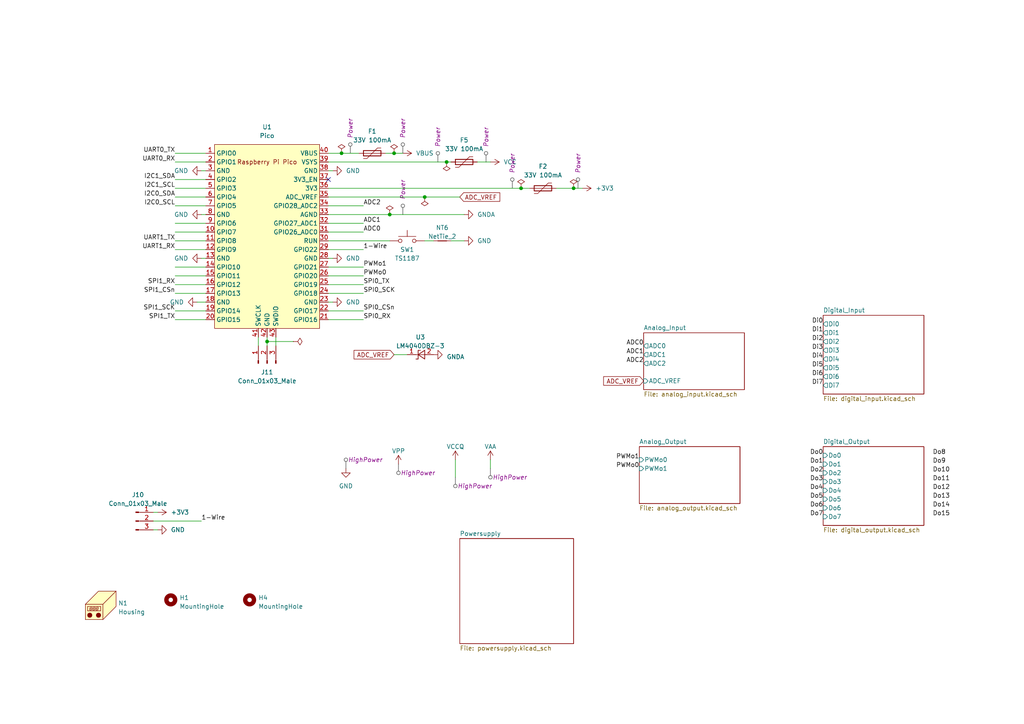
<source format=kicad_sch>
(kicad_sch (version 20230121) (generator eeschema)
  (paper "A4")
  (lib_symbols
    (symbol "Connector:Conn_01x03_Pin" (pin_names (offset 1.016) hide)
      (property "Reference" "J" (at 0 5.08 0))
      (property "Value" "Conn_01x03_Pin" (at 0 -5.08 0))
      (symbol "Conn_01x03_Pin_1_1"
        (polyline (pts (xy 1.27 -2.54) (xy 0.8636 -2.54)) (stroke (width 0.1524)))
        (polyline (pts (xy 1.27 0) (xy 0.8636 0)) (stroke (width 0.1524)))
        (polyline (pts (xy 1.27 2.54) (xy 0.8636 2.54)) (stroke (width 0.1524)))
        (rectangle (start 0.8636 -2.413) (end 0 -2.667) (stroke (width 0.1524)) (fill (type outline)))
        (rectangle (start 0.8636 0.127) (end 0 -0.127) (stroke (width 0.1524)) (fill (type outline)))
        (rectangle (start 0.8636 2.667) (end 0 2.413) (stroke (width 0.1524)) (fill (type outline)))
        (pin passive line (at 5.08 2.54 180) (length 3.81) (name "Pin_1") (number "1"))
        (pin passive line (at 5.08 0 180) (length 3.81) (name "Pin_2") (number "2"))
        (pin passive line (at 5.08 -2.54 180) (length 3.81) (name "Pin_3") (number "3"))
      )
    )
    (symbol "Connector:Conn_01x06_Pin" (pin_names (offset 1.016) hide)
      (property "Reference" "J" (at 0 7.62 0))
      (property "Value" "Conn_01x06_Pin" (at 0 -10.16 0))
      (symbol "Conn_01x06_Pin_1_1"
        (polyline (pts (xy 1.27 -7.62) (xy 0.8636 -7.62)) (stroke (width 0.1524)))
        (polyline (pts (xy 1.27 -5.08) (xy 0.8636 -5.08)) (stroke (width 0.1524)))
        (polyline (pts (xy 1.27 -2.54) (xy 0.8636 -2.54)) (stroke (width 0.1524)))
        (polyline (pts (xy 1.27 0) (xy 0.8636 0)) (stroke (width 0.1524)))
        (polyline (pts (xy 1.27 2.54) (xy 0.8636 2.54)) (stroke (width 0.1524)))
        (polyline (pts (xy 1.27 5.08) (xy 0.8636 5.08)) (stroke (width 0.1524)))
        (rectangle (start 0.8636 -7.493) (end 0 -7.747) (stroke (width 0.1524)) (fill (type outline)))
        (rectangle (start 0.8636 -4.953) (end 0 -5.207) (stroke (width 0.1524)) (fill (type outline)))
        (rectangle (start 0.8636 -2.413) (end 0 -2.667) (stroke (width 0.1524)) (fill (type outline)))
        (rectangle (start 0.8636 0.127) (end 0 -0.127) (stroke (width 0.1524)) (fill (type outline)))
        (rectangle (start 0.8636 2.667) (end 0 2.413) (stroke (width 0.1524)) (fill (type outline)))
        (rectangle (start 0.8636 5.207) (end 0 4.953) (stroke (width 0.1524)) (fill (type outline)))
        (pin passive line (at 5.08 5.08 180) (length 3.81) (name "Pin_1") (number "1"))
        (pin passive line (at 5.08 2.54 180) (length 3.81) (name "Pin_2") (number "2"))
        (pin passive line (at 5.08 0 180) (length 3.81) (name "Pin_3") (number "3"))
        (pin passive line (at 5.08 -2.54 180) (length 3.81) (name "Pin_4") (number "4"))
        (pin passive line (at 5.08 -5.08 180) (length 3.81) (name "Pin_5") (number "5"))
        (pin passive line (at 5.08 -7.62 180) (length 3.81) (name "Pin_6") (number "6"))
      )
    )
    (symbol "Connector_Generic:Conn_01x05" (pin_names (offset 1.016) hide)
      (property "Reference" "J" (at 0 7.62 0))
      (property "Value" "Conn_01x05" (at 0 -7.62 0))
      (symbol "Conn_01x05_1_1"
        (rectangle (start -1.27 -4.953) (end 0 -5.207) (stroke (width 0.1524)))
        (rectangle (start -1.27 -2.413) (end 0 -2.667) (stroke (width 0.1524)))
        (rectangle (start -1.27 0.127) (end 0 -0.127) (stroke (width 0.1524)))
        (rectangle (start -1.27 2.667) (end 0 2.413) (stroke (width 0.1524)))
        (rectangle (start -1.27 5.207) (end 0 4.953) (stroke (width 0.1524)))
        (rectangle (start -1.27 6.35) (end 1.27 -6.35) (stroke (width 0.254)) (fill (type background)))
        (pin passive line (at -5.08 5.08 0) (length 3.81) (name "Pin_1") (number "1"))
        (pin passive line (at -5.08 2.54 0) (length 3.81) (name "Pin_2") (number "2"))
        (pin passive line (at -5.08 0 0) (length 3.81) (name "Pin_3") (number "3"))
        (pin passive line (at -5.08 -2.54 0) (length 3.81) (name "Pin_4") (number "4"))
        (pin passive line (at -5.08 -5.08 0) (length 3.81) (name "Pin_5") (number "5"))
      )
    )
    (symbol "Device:C" (pin_numbers hide) (pin_names (offset 0.254))
      (property "Reference" "C" (at 0.635 2.54 0))
      (property "Value" "C" (at 0.635 -2.54 0))
      (symbol "C_0_1"
        (polyline (pts (xy -2.032 -0.762) (xy 2.032 -0.762)) (stroke (width 0.508)))
        (polyline (pts (xy -2.032 0.762) (xy 2.032 0.762)) (stroke (width 0.508)))
      )
      (symbol "C_1_1"
        (pin passive line (at 0 3.81 270) (length 2.794) (name "~") (number "1"))
        (pin passive line (at 0 -3.81 90) (length 2.794) (name "~") (number "2"))
      )
    )
    (symbol "Device:NetTie_2" (pin_numbers hide) (pin_names (offset 0) hide) (in_bom no)
      (property "Reference" "NT" (at 0 1.27 0))
      (property "Value" "NetTie_2" (at 0 -1.27 0))
      (symbol "NetTie_2_0_1"
        (polyline (pts (xy -1.27 0) (xy 1.27 0)) (stroke (width 0.254)))
      )
      (symbol "NetTie_2_1_1"
        (pin passive line (at -2.54 0 0) (length 2.54) (name "1") (number "1"))
        (pin passive line (at 2.54 0 180) (length 2.54) (name "2") (number "2"))
      )
    )
    (symbol "Device:Polyfuse" (pin_numbers hide) (pin_names (offset 0))
      (property "Reference" "F" (at -2.54 0 90))
      (property "Value" "Polyfuse" (at 2.54 0 90))
      (symbol "Polyfuse_0_1"
        (rectangle (start -0.762 2.54) (end 0.762 -2.54) (stroke (width 0.254)))
        (polyline (pts (xy 0 2.54) (xy 0 -2.54)))
        (polyline (pts (xy -1.524 2.54) (xy -1.524 1.524) (xy 1.524 -1.524) (xy 1.524 -2.54)))
      )
      (symbol "Polyfuse_1_1"
        (pin passive line (at 0 3.81 270) (length 1.27) (name "~") (number "1"))
        (pin passive line (at 0 -3.81 90) (length 1.27) (name "~") (number "2"))
      )
    )
    (symbol "Interface_Expansion:PCF8574"
      (property "Reference" "U" (at -8.89 16.51 0))
      (property "Value" "PCF8574" (at 2.54 16.51 0))
      (symbol "PCF8574_0_1"
        (rectangle (start -10.16 15.24) (end 10.16 -15.24) (stroke (width 0.254)) (fill (type background)))
      )
      (symbol "PCF8574_1_1"
        (pin input line (at -12.7 2.54 0) (length 2.54) (name "A0") (number "1"))
        (pin bidirectional line (at 12.7 -2.54 180) (length 2.54) (name "P5") (number "10"))
        (pin bidirectional line (at 12.7 -5.08 180) (length 2.54) (name "P6") (number "11"))
        (pin bidirectional line (at 12.7 -7.62 180) (length 2.54) (name "P7") (number "12"))
        (pin open_collector output_low (at -12.7 -10.16 0) (length 2.54) (name "~{INT}") (number "13"))
        (pin input line (at -12.7 10.16 0) (length 2.54) (name "SCL") (number "14"))
        (pin bidirectional line (at -12.7 7.62 0) (length 2.54) (name "SDA") (number "15"))
        (pin power_in line (at 0 17.78 270) (length 2.54) (name "VDD") (number "16"))
        (pin input line (at -12.7 0 0) (length 2.54) (name "A1") (number "2"))
        (pin input line (at -12.7 -2.54 0) (length 2.54) (name "A2") (number "3"))
        (pin bidirectional line (at 12.7 10.16 180) (length 2.54) (name "P0") (number "4"))
        (pin bidirectional line (at 12.7 7.62 180) (length 2.54) (name "P1") (number "5"))
        (pin bidirectional line (at 12.7 5.08 180) (length 2.54) (name "P2") (number "6"))
        (pin bidirectional line (at 12.7 2.54 180) (length 2.54) (name "P3") (number "7"))
        (pin power_in line (at 0 -17.78 90) (length 2.54) (name "VSS") (number "8"))
        (pin bidirectional line (at 12.7 0 180) (length 2.54) (name "P4") (number "9"))
      )
    )
    (symbol "MCU_RaspberryPi_and_Boards:Pico"
      (property "Reference" "U1" (at 0 31.75 0))
      (property "Value" "Pico" (at 0 29.21 0))
      (symbol "Pico_0_0"
        (text "Raspberry Pi Pico" (at 0 21.59 0) (effects (font (size 1.27 1.27))))
      )
      (symbol "Pico_0_1"
        (rectangle (start -15.24 26.67) (end 15.24 -26.67) (fill (type background)))
      )
      (symbol "Pico_1_1"
        (pin bidirectional line (at -17.78 24.13 0) (length 2.54) (name "GPIO0") (number "1"))
        (pin bidirectional line (at -17.78 1.27 0) (length 2.54) (name "GPIO7") (number "10"))
        (pin bidirectional line (at -17.78 -1.27 0) (length 2.54) (name "GPIO8") (number "11"))
        (pin bidirectional line (at -17.78 -3.81 0) (length 2.54) (name "GPIO9") (number "12"))
        (pin power_in line (at -17.78 -6.35 0) (length 2.54) (name "GND") (number "13"))
        (pin bidirectional line (at -17.78 -8.89 0) (length 2.54) (name "GPIO10") (number "14"))
        (pin bidirectional line (at -17.78 -11.43 0) (length 2.54) (name "GPIO11") (number "15"))
        (pin bidirectional line (at -17.78 -13.97 0) (length 2.54) (name "GPIO12") (number "16"))
        (pin bidirectional line (at -17.78 -16.51 0) (length 2.54) (name "GPIO13") (number "17"))
        (pin power_in line (at -17.78 -19.05 0) (length 2.54) (name "GND") (number "18"))
        (pin bidirectional line (at -17.78 -21.59 0) (length 2.54) (name "GPIO14") (number "19"))
        (pin bidirectional line (at -17.78 21.59 0) (length 2.54) (name "GPIO1") (number "2"))
        (pin bidirectional line (at -17.78 -24.13 0) (length 2.54) (name "GPIO15") (number "20"))
        (pin bidirectional line (at 17.78 -24.13 180) (length 2.54) (name "GPIO16") (number "21"))
        (pin bidirectional line (at 17.78 -21.59 180) (length 2.54) (name "GPIO17") (number "22"))
        (pin power_in line (at 17.78 -19.05 180) (length 2.54) (name "GND") (number "23"))
        (pin bidirectional line (at 17.78 -16.51 180) (length 2.54) (name "GPIO18") (number "24"))
        (pin bidirectional line (at 17.78 -13.97 180) (length 2.54) (name "GPIO19") (number "25"))
        (pin bidirectional line (at 17.78 -11.43 180) (length 2.54) (name "GPIO20") (number "26"))
        (pin bidirectional line (at 17.78 -8.89 180) (length 2.54) (name "GPIO21") (number "27"))
        (pin power_in line (at 17.78 -6.35 180) (length 2.54) (name "GND") (number "28"))
        (pin bidirectional line (at 17.78 -3.81 180) (length 2.54) (name "GPIO22") (number "29"))
        (pin power_in line (at -17.78 19.05 0) (length 2.54) (name "GND") (number "3"))
        (pin input line (at 17.78 -1.27 180) (length 2.54) (name "RUN") (number "30"))
        (pin bidirectional line (at 17.78 1.27 180) (length 2.54) (name "GPIO26_ADC0") (number "31"))
        (pin bidirectional line (at 17.78 3.81 180) (length 2.54) (name "GPIO27_ADC1") (number "32"))
        (pin power_in line (at 17.78 6.35 180) (length 2.54) (name "AGND") (number "33"))
        (pin bidirectional line (at 17.78 8.89 180) (length 2.54) (name "GPIO28_ADC2") (number "34"))
        (pin power_in line (at 17.78 11.43 180) (length 2.54) (name "ADC_VREF") (number "35"))
        (pin power_in line (at 17.78 13.97 180) (length 2.54) (name "3V3") (number "36"))
        (pin input line (at 17.78 16.51 180) (length 2.54) (name "3V3_EN") (number "37"))
        (pin power_in line (at 17.78 19.05 180) (length 2.54) (name "GND") (number "38"))
        (pin power_in line (at 17.78 21.59 180) (length 2.54) (name "VSYS") (number "39"))
        (pin bidirectional line (at -17.78 16.51 0) (length 2.54) (name "GPIO2") (number "4"))
        (pin power_in line (at 17.78 24.13 180) (length 2.54) (name "VBUS") (number "40"))
        (pin input line (at -2.54 -29.21 90) (length 2.54) (name "SWCLK") (number "41"))
        (pin power_in line (at 0 -29.21 90) (length 2.54) (name "GND") (number "42"))
        (pin bidirectional line (at 2.54 -29.21 90) (length 2.54) (name "SWDIO") (number "43"))
        (pin bidirectional line (at -17.78 13.97 0) (length 2.54) (name "GPIO3") (number "5"))
        (pin bidirectional line (at -17.78 11.43 0) (length 2.54) (name "GPIO4") (number "6"))
        (pin bidirectional line (at -17.78 8.89 0) (length 2.54) (name "GPIO5") (number "7"))
        (pin power_in line (at -17.78 6.35 0) (length 2.54) (name "GND") (number "8"))
        (pin bidirectional line (at -17.78 3.81 0) (length 2.54) (name "GPIO6") (number "9"))
      )
    )
    (symbol "Mechanical:Housing" (pin_names (offset 1.016))
      (property "Reference" "N" (at 3.81 0 0))
      (property "Value" "Housing" (at 3.81 -1.905 0))
      (symbol "Housing_0_1"
        (rectangle (start -5.08 -0.635) (end -1.27 -1.905))
        (circle (center -4.445 -3.175) (radius 0.635) (fill (type outline)))
        (circle (center -1.905 -3.175) (radius 0.635) (fill (type outline)))
        (polyline (pts (xy -4.5212 -1.5748) (xy -4.4704 -1.3716)))
        (polyline (pts (xy -4.4196 -1.6764) (xy -4.064 -1.6764)))
        (polyline (pts (xy -4.4196 -1.2192) (xy -4.3688 -0.9652)))
        (polyline (pts (xy -4.318 -1.3208) (xy -4.0132 -1.3208)))
        (polyline (pts (xy -4.2164 -0.9144) (xy -3.9116 -0.9144)))
        (polyline (pts (xy -3.9116 -1.6256) (xy -3.8608 -1.3716)))
        (polyline (pts (xy -3.81 -1.2192) (xy -3.7592 -0.9652)))
        (polyline (pts (xy -3.6068 -1.5748) (xy -3.556 -1.3716)))
        (polyline (pts (xy -3.5052 -1.6764) (xy -3.1496 -1.6764)))
        (polyline (pts (xy -3.5052 -1.2192) (xy -3.4544 -0.9652)))
        (polyline (pts (xy -3.4036 -1.3208) (xy -3.0988 -1.3208)))
        (polyline (pts (xy -3.302 -0.9144) (xy -2.9972 -0.9144)))
        (polyline (pts (xy -2.9972 -1.6256) (xy -2.9464 -1.3716)))
        (polyline (pts (xy -2.8956 -1.2192) (xy -2.8448 -0.9652)))
        (polyline (pts (xy -2.6924 -1.5748) (xy -2.6416 -1.3716)))
        (polyline (pts (xy -2.5908 -1.6764) (xy -2.2352 -1.6764)))
        (polyline (pts (xy -2.5908 -1.2192) (xy -2.54 -0.9652)))
        (polyline (pts (xy -2.4892 -1.3208) (xy -2.1844 -1.3208)))
        (polyline (pts (xy -2.3876 -0.9144) (xy -2.0828 -0.9144)))
        (polyline (pts (xy -2.0828 -1.6256) (xy -2.032 -1.3716)))
        (polyline (pts (xy -1.9812 -1.2192) (xy -1.9304 -0.9652)))
        (polyline (pts (xy -0.635 0) (xy -0.635 -4.445)))
        (polyline (pts (xy -5.715 0) (xy -0.635 0) (xy 3.175 3.81)))
        (polyline (pts (xy -5.715 0) (xy -5.715 -4.445) (xy -0.635 -4.445) (xy 3.175 -0.635) (xy 3.175 3.81) (xy -1.905 3.81) (xy -5.715 0)) (fill (type background)))
      )
    )
    (symbol "Mechanical:MountingHole" (pin_names (offset 1.016))
      (property "Reference" "H" (at 0 5.08 0))
      (property "Value" "MountingHole" (at 0 3.175 0))
      (symbol "MountingHole_0_1"
        (circle (center 0 0) (radius 1.27) (stroke (width 1.27)))
      )
    )
    (symbol "Reference_Voltage:LM4040DBZ-3" (pin_names (offset 0.0254) hide)
      (property "Reference" "U" (at 0 2.54 0))
      (property "Value" "LM4040DBZ-3" (at 0 -3.175 0))
      (symbol "LM4040DBZ-3_0_1"
        (polyline (pts (xy -1.27 0) (xy 0 0) (xy 1.27 0)))
        (polyline (pts (xy -1.27 -1.27) (xy 0.635 0) (xy -1.27 1.27) (xy -1.27 -1.27)) (stroke (width 0.2032)))
        (polyline (pts (xy 0 -1.27) (xy 0.635 -1.27) (xy 0.635 1.27) (xy 1.27 1.27)) (stroke (width 0.2032)))
      )
      (symbol "LM4040DBZ-3_1_1"
        (pin passive line (at 3.81 0 180) (length 2.54) (name "K") (number "1"))
        (pin passive line (at -3.81 0 0) (length 2.54) (name "A") (number "2"))
      )
    )
    (symbol "Switch:SW_Push" (pin_numbers hide) (pin_names (offset 1.016) hide)
      (property "Reference" "SW" (at 1.27 2.54 0))
      (property "Value" "SW_Push" (at 0 -1.524 0))
      (symbol "SW_Push_0_1"
        (circle (center -2.032 0) (radius 0.508))
        (polyline (pts (xy 0 1.27) (xy 0 3.048)))
        (polyline (pts (xy 2.54 1.27) (xy -2.54 1.27)))
        (circle (center 2.032 0) (radius 0.508))
        (pin passive line (at -5.08 0 0) (length 2.54) (name "1") (number "1"))
        (pin passive line (at 5.08 0 180) (length 2.54) (name "2") (number "2"))
      )
    )
    (symbol "power:+3V3" (power) (pin_names (offset 0))
      (property "Value" "+3V3" (at 0 3.556 0))
      (symbol "+3V3_0_1"
        (polyline (pts (xy -0.762 1.27) (xy 0 2.54)))
        (polyline (pts (xy 0 0) (xy 0 2.54)))
        (polyline (pts (xy 0 2.54) (xy 0.762 1.27)))
      )
      (symbol "+3V3_1_1"
        (pin power_in line (at 0 0 90) (length 0) hide (name "+3V3") (number "1"))
      )
    )
    (symbol "power:GND" (power) (pin_names (offset 0))
      (property "Value" "GND" (at 0 -3.81 0))
      (symbol "GND_0_1"
        (polyline (pts (xy 0 0) (xy 0 -1.27) (xy 1.27 -1.27) (xy 0 -2.54) (xy -1.27 -1.27) (xy 0 -1.27)))
      )
      (symbol "GND_1_1"
        (pin power_in line (at 0 0 270) (length 0) hide (name "GND") (number "1"))
      )
    )
    (symbol "power:GNDA" (power) (pin_names (offset 0))
      (property "Value" "GNDA" (at 0 -3.81 0))
      (symbol "GNDA_0_1"
        (polyline (pts (xy 0 0) (xy 0 -1.27) (xy 1.27 -1.27) (xy 0 -2.54) (xy -1.27 -1.27) (xy 0 -1.27)))
      )
      (symbol "GNDA_1_1"
        (pin power_in line (at 0 0 270) (length 0) hide (name "GNDA") (number "1"))
      )
    )
    (symbol "power:PWR_FLAG" (power) (pin_numbers hide) (pin_names (offset 0) hide)
      (property "Value" "PWR_FLAG" (at 0 3.81 0))
      (symbol "PWR_FLAG_0_0"
        (pin power_out line (at 0 0 90) (length 0) (name "pwr") (number "1"))
      )
      (symbol "PWR_FLAG_0_1"
        (polyline (pts (xy 0 0) (xy 0 1.27) (xy -1.016 1.905) (xy 0 2.54) (xy 1.016 1.905) (xy 0 1.27)))
      )
    )
    (symbol "power:VAA" (power) (pin_names (offset 0))
      (property "Value" "VAA" (at 0 3.81 0))
      (symbol "VAA_0_1"
        (polyline (pts (xy -0.762 1.27) (xy 0 2.54)))
        (polyline (pts (xy 0 0) (xy 0 2.54)))
        (polyline (pts (xy 0 2.54) (xy 0.762 1.27)))
      )
      (symbol "VAA_1_1"
        (pin power_in line (at 0 0 90) (length 0) hide (name "VAA") (number "1"))
      )
    )
    (symbol "power:VBUS" (power) (pin_names (offset 0))
      (property "Value" "VBUS" (at 0 3.81 0))
      (symbol "VBUS_0_1"
        (polyline (pts (xy -0.762 1.27) (xy 0 2.54)))
        (polyline (pts (xy 0 0) (xy 0 2.54)))
        (polyline (pts (xy 0 2.54) (xy 0.762 1.27)))
      )
      (symbol "VBUS_1_1"
        (pin power_in line (at 0 0 90) (length 0) hide (name "VBUS") (number "1"))
      )
    )
    (symbol "power:VCC" (power) (pin_names (offset 0))
      (property "Value" "VCC" (at 0 3.81 0))
      (symbol "VCC_0_1"
        (polyline (pts (xy -0.762 1.27) (xy 0 2.54)))
        (polyline (pts (xy 0 0) (xy 0 2.54)))
        (polyline (pts (xy 0 2.54) (xy 0.762 1.27)))
      )
      (symbol "VCC_1_1"
        (pin power_in line (at 0 0 90) (length 0) hide (name "VCC") (number "1"))
      )
    )
    (symbol "power:VCCQ" (power) (pin_names (offset 0))
      (property "Value" "VCCQ" (at 0 3.81 0))
      (symbol "VCCQ_0_1"
        (polyline (pts (xy -0.762 1.27) (xy 0 2.54)))
        (polyline (pts (xy 0 0) (xy 0 2.54)))
        (polyline (pts (xy 0 2.54) (xy 0.762 1.27)))
      )
      (symbol "VCCQ_1_1"
        (pin power_in line (at 0 0 90) (length 0) hide (name "VCCQ") (number "1"))
      )
    )
    (symbol "power:VPP" (power) (pin_names (offset 0))
      (property "Value" "VPP" (at 0 3.81 0))
      (symbol "VPP_0_1"
        (polyline (pts (xy -0.762 1.27) (xy 0 2.54)))
        (polyline (pts (xy 0 0) (xy 0 2.54)))
        (polyline (pts (xy 0 2.54) (xy 0.762 1.27)))
      )
      (symbol "VPP_1_1"
        (pin power_in line (at 0 0 90) (length 0) hide (name "VPP") (number "1"))
      )
    )
  )
  (junction (at 113.03 62.23))
  (junction (at 123.19 57.15))
  (junction (at 129.54 46.99))
  (junction (at 99.06 44.45))
  (junction (at 151.13 54.61))
  (junction (at -104.14 100.33))
  (junction (at -49.53 44.45))
  (junction (at 77.47 99.06))
  (junction (at 166.37 54.61))
  (junction (at 114.3 44.45))
  (junction (at -105.41 45.72))
  (no_connect (at 95.25 52.07))
  (wire (pts (xy 168.91 54.61) (xy 166.37 54.61)))
  (wire (pts (xy 132.08 133.35) (xy 132.08 138.43)))
  (wire (pts (xy 99.06 44.45) (xy 95.25 44.45)))
  (wire (pts (xy 125.73 69.85) (xy 123.19 69.85)))
  (wire (pts (xy 57.15 87.63) (xy 59.69 87.63)))
  (wire (pts (xy -26.67 -46.99) (xy -27.94 -46.99)))
  (wire (pts (xy 133.35 57.15) (xy 123.19 57.15)))
  (wire (pts (xy 45.72 148.59) (xy 44.45 148.59)))
  (wire (pts (xy -26.67 -59.69) (xy -27.94 -59.69)))
  (wire (pts (xy 105.41 80.01) (xy 95.25 80.01)))
  (wire (pts (xy 58.42 74.93) (xy 59.69 74.93)))
  (wire (pts (xy 104.14 44.45) (xy 99.06 44.45)))
  (wire (pts (xy 105.41 67.31) (xy 95.25 67.31)))
  (wire (pts (xy 123.19 57.15) (xy 95.25 57.15)))
  (wire (pts (xy 50.8 80.01) (xy 59.69 80.01)))
  (wire (pts (xy 45.72 153.67) (xy 44.45 153.67)))
  (wire (pts (xy 134.62 69.85) (xy 130.81 69.85)))
  (wire (pts (xy 105.41 92.71) (xy 95.25 92.71)))
  (wire (pts (xy 96.52 49.53) (xy 95.25 49.53)))
  (wire (pts (xy 50.8 59.69) (xy 59.69 59.69)))
  (wire (pts (xy 77.47 100.33) (xy 77.47 99.06)))
  (wire (pts (xy 67.31 -58.42) (xy 54.61 -58.42)))
  (wire (pts (xy 95.25 69.85) (xy 113.03 69.85)))
  (wire (pts (xy 50.8 46.99) (xy 59.69 46.99)))
  (wire (pts (xy 116.84 44.45) (xy 114.3 44.45)))
  (wire (pts (xy 95.25 54.61) (xy 151.13 54.61)))
  (wire (pts (xy 50.8 54.61) (xy 59.69 54.61)))
  (wire (pts (xy 105.41 64.77) (xy 95.25 64.77)))
  (wire (pts (xy 50.8 52.07) (xy 59.69 52.07)))
  (wire (pts (xy 142.24 46.99) (xy 138.43 46.99)))
  (wire (pts (xy 50.8 90.17) (xy 59.69 90.17)))
  (wire (pts (xy 50.8 44.45) (xy 59.69 44.45)))
  (wire (pts (xy 153.67 54.61) (xy 151.13 54.61)))
  (wire (pts (xy 114.3 44.45) (xy 111.76 44.45)))
  (wire (pts (xy 77.47 99.06) (xy 85.09 99.06)))
  (wire (pts (xy 105.41 82.55) (xy 95.25 82.55)))
  (wire (pts (xy 50.8 92.71) (xy 59.69 92.71)))
  (wire (pts (xy 95.25 46.99) (xy 129.54 46.99)))
  (wire (pts (xy 114.3 102.87) (xy 118.11 102.87)))
  (wire (pts (xy 50.8 82.55) (xy 59.69 82.55)))
  (wire (pts (xy 58.42 62.23) (xy 59.69 62.23)))
  (wire (pts (xy 50.8 69.85) (xy 59.69 69.85)))
  (wire (pts (xy 50.8 57.15) (xy 59.69 57.15)))
  (wire (pts (xy 50.8 77.47) (xy 59.69 77.47)))
  (wire (pts (xy 105.41 59.69) (xy 95.25 59.69)))
  (wire (pts (xy 142.24 135.89) (xy 142.24 133.35)))
  (wire (pts (xy 130.81 46.99) (xy 129.54 46.99)))
  (wire (pts (xy 96.52 87.63) (xy 95.25 87.63)))
  (wire (pts (xy 58.42 151.13) (xy 44.45 151.13)))
  (wire (pts (xy 105.41 72.39) (xy 95.25 72.39)))
  (wire (pts (xy 58.42 49.53) (xy 59.69 49.53)))
  (wire (pts (xy 105.41 85.09) (xy 95.25 85.09)))
  (wire (pts (xy 105.41 90.17) (xy 95.25 90.17)))
  (wire (pts (xy 50.8 72.39) (xy 59.69 72.39)))
  (wire (pts (xy 134.62 62.23) (xy 113.03 62.23)))
  (wire (pts (xy 67.31 -38.1) (xy 54.61 -38.1)))
  (wire (pts (xy 166.37 54.61) (xy 161.29 54.61)))
  (wire (pts (xy 50.8 85.09) (xy 59.69 85.09)))
  (wire (pts (xy 50.8 67.31) (xy 59.69 67.31)))
  (wire (pts (xy 77.47 99.06) (xy 77.47 97.79)))
  (wire (pts (xy 50.8 64.77) (xy 59.69 64.77)))
  (wire (pts (xy 74.93 100.33) (xy 74.93 97.79)))
  (wire (pts (xy 96.52 74.93) (xy 95.25 74.93)))
  (wire (pts (xy 105.41 77.47) (xy 95.25 77.47)))
  (wire (pts (xy 80.01 100.33) (xy 80.01 97.79)))
  (wire (pts (xy 113.03 62.23) (xy 95.25 62.23)))
  (label "Do12" (at 270.51 142.24 0))
  (label "I2C0_SCL" (at -62.23 52.07 180))
  (label "Do4" (at -92.71 63.5 0))
  (label "ADC2" (at 186.69 105.41 180))
  (label "Do3" (at 238.76 139.7 180))
  (label "UART0_TX" (at 50.8 44.45 180))
  (label "Do6" (at 238.76 147.32 180))
  (label "SPI1_RX" (at -26.67 -30.48 180))
  (label "SPI0_SCK" (at -69.85 -35.56 180))
  (label "Di5" (at 238.76 106.68 180))
  (label "Do2" (at 238.76 137.16 180))
  (label "UART1_RX" (at -26.67 -54.61 180))
  (label "Di4" (at 238.76 104.14 180))
  (label "Do12" (at -91.44 118.11 0))
  (label "I2C0_SCL" (at -69.85 -49.53 180))
  (label "SPI0_TX" (at -69.85 -38.1 180))
  (label "PWMo0" (at 105.41 80.01 0))
  (label "PWMo0" (at 185.42 135.89 180))
  (label "Di7" (at 238.76 111.76 180))
  (label "Do5" (at 238.76 144.78 180))
  (label "Do5" (at -92.71 66.04 0))
  (label "Do2" (at -92.71 58.42 0))
  (label "Do3" (at -92.71 60.96 0))
  (label "Do9" (at 270.51 134.62 0))
  (label "Di1" (at 238.76 96.52 180))
  (label "1-Wire" (at 105.41 72.39 0))
  (label "Di6" (at -36.83 67.31 0))
  (label "I2C0_SDA" (at -116.84 110.49 180))
  (label "I2C1_SDA" (at -26.67 -52.07 180))
  (label "1-Wire" (at 58.42 151.13 0))
  (label "ADC1" (at 186.69 102.87 180))
  (label "SPI1_TX" (at 50.8 92.71 180))
  (label "SPI0_SCK" (at 105.41 85.09 0))
  (label "SPI1_SCK" (at 50.8 90.17 180))
  (label "Di1" (at -36.83 54.61 0))
  (label "Do11" (at -91.44 115.57 0))
  (label "UART0_TX" (at -69.85 -57.15 180))
  (label "Do6" (at -92.71 68.58 0))
  (label "Di4" (at -36.83 62.23 0))
  (label "Di3" (at 238.76 101.6 180))
  (label "PWMo1" (at 185.42 133.35 180))
  (label "SPI1_TX" (at -26.67 -38.1 180))
  (label "Do1" (at 238.76 134.62 180))
  (label "SPI0_RX" (at 105.41 92.71 0))
  (label "I2C0_SDA" (at 50.8 57.15 180))
  (label "I2C0_SCL" (at -116.84 107.95 180))
  (label "Do10" (at -91.44 113.03 0))
  (label "SPI1_CSn" (at -26.67 -33.02 180))
  (label "UART1_TX" (at -26.67 -57.15 180))
  (label "SPI0_CSn" (at -69.85 -33.02 180))
  (label "I2C1_SCL" (at 50.8 54.61 180))
  (label "Di6" (at 238.76 109.22 180))
  (label "Di3" (at -36.83 59.69 0))
  (label "PWMo1" (at 105.41 77.47 0))
  (label "Di7" (at -36.83 69.85 0))
  (label "I2C0_SDA" (at -69.85 -52.07 180))
  (label "Do7" (at -92.71 71.12 0))
  (label "ADC0" (at 186.69 100.33 180))
  (label "Di2" (at -36.83 57.15 0))
  (label "Do15" (at -91.44 125.73 0))
  (label "Do10" (at 270.51 137.16 0))
  (label "Do14" (at -91.44 123.19 0))
  (label "ADC2" (at 105.41 59.69 0))
  (label "SPI0_TX" (at 105.41 82.55 0))
  (label "Di0" (at 238.76 93.98 180))
  (label "Do8" (at -91.44 107.95 0))
  (label "SPI0_RX" (at -69.85 -30.48 180))
  (label "Di0" (at -36.83 52.07 0))
  (label "ADC1" (at 105.41 64.77 0))
  (label "Do15" (at 270.51 149.86 0))
  (label "Do14" (at 270.51 147.32 0))
  (label "Di2" (at 238.76 99.06 180))
  (label "I2C0_SCL" (at -118.11 53.34 180))
  (label "Do1" (at -92.71 55.88 0))
  (label "SPI1_CSn" (at 50.8 85.09 180))
  (label "Do13" (at 270.51 144.78 0))
  (label "UART0_RX" (at 50.8 46.99 180))
  (label "Do8" (at 270.51 132.08 0))
  (label "Do11" (at 270.51 139.7 0))
  (label "SPI1_RX" (at 50.8 82.55 180))
  (label "Do7" (at 238.76 149.86 180))
  (label "I2C0_SCL" (at 50.8 59.69 180))
  (label "Do0" (at 238.76 132.08 180))
  (label "UART1_RX" (at 50.8 72.39 180))
  (label "SPI0_CSn" (at 105.41 90.17 0))
  (label "I2C0_SDA" (at -118.11 55.88 180))
  (label "Di5" (at -36.83 64.77 0))
  (label "ADC0" (at 105.41 67.31 0))
  (label "I2C1_SDA" (at 50.8 52.07 180))
  (label "Do0" (at -92.71 53.34 0))
  (label "I2C1_SCL" (at -26.67 -49.53 180))
  (label "I2C0_SDA" (at -62.23 54.61 180))
  (label "SPI1_SCK" (at -26.67 -35.56 180))
  (label "Do4" (at 238.76 142.24 180))
  (label "UART1_TX" (at 50.8 69.85 180))
  (label "Do13" (at -91.44 120.65 0))
  (label "UART0_RX" (at -69.85 -54.61 180))
  (label "Do9" (at -91.44 110.49 0))
  (global_label "ADC_VREF" (shape input) (at 133.35 57.15 0) (property "Intersheetrefs" "${INTERSHEET_REFS}" (effects hide)))
  (global_label "ADC_VREF" (shape input) (at 186.69 110.49 180) (property "Intersheetrefs" "${INTERSHEET_REFS}" (effects hide)))
  (global_label "ADC_VREF" (shape input) (at 114.3 102.87 180) (property "Intersheetrefs" "${INTERSHEET_REFS}" (effects hide)))
  (netclass_flag "" (length 2.54) (shape round) (at 132.08 138.43 180) (property "Netclass" "HighPower" (at 132.6896 140.97 0) (effects (font italic) (justify left))))
  (netclass_flag "" (length 2.54) (shape round) (at 116.84 44.45 0) (property "Netclass" "Power" (at 116.84 34.29 90) (effects (font italic) (justify right))))
  (netclass_flag "" (length 2.54) (shape round) (at 116.84 62.23 0) (property "Netclass" "Power" (at 116.84 52.07 90) (effects (font italic) (justify right))))
  (netclass_flag "" (length 2.54) (shape round) (at 148.59 54.61 0) (property "Netclass" "Power" (at 148.59 44.45 90) (effects (font italic) (justify right))))
  (netclass_flag "" (length 2.54) (shape round) (at 140.97 46.99 0) (property "Netclass" "Power" (at 140.97 36.83 90) (effects (font italic) (justify right))))
  (netclass_flag "" (length 2.54) (shape round) (at 127 46.99 0) (property "Netclass" "Power" (at 127 36.83 90) (effects (font italic) (justify right))))
  (netclass_flag "" (length 2.54) (shape round) (at 101.6 44.45 0) (property "Netclass" "Power" (at 101.6 34.29 90) (effects (font italic) (justify right))))
  (netclass_flag "" (length 2.54) (shape round) (at 100.33 135.89 0) (property "Netclass" "HighPower" (at 100.9396 133.35 0) (effects (font italic) (justify left))))
  (netclass_flag "" (length 2.54) (shape round) (at 115.57 134.62 180) (property "Netclass" "HighPower" (at 116.1796 137.16 0) (effects (font italic) (justify left))))
  (netclass_flag "" (length 2.54) (shape round) (at 142.24 135.89 180) (property "Netclass" "HighPower" (at 142.8496 138.43 0) (effects (font italic) (justify left))))
  (netclass_flag "" (length 2.54) (shape round) (at 167.64 54.61 0) (property "Netclass" "Power" (at 167.64 44.45 90) (effects (font italic) (justify right))))
  (symbol (lib_id "power:+3V3") (at -27.94 -59.69 90) (mirror x) (unit 1)
    (property "Reference" "#PWR0193" (effects hide))
    (property "Value" "+3V3" (at -29.21 -60.96 90))
  )
  (symbol (lib_id "power:GND") (at 58.42 49.53 270) (unit 1)
    (property "Reference" "#PWR01" (effects hide))
    (property "Value" "GND" (at 54.61 49.5299 90) (effects (justify right)))
  )
  (symbol (lib_id "Interface_Expansion:PCF8574") (at -104.14 118.11 0) (unit 1)
    (property "Reference" "U16" (at -102.1841 99.06 0) (effects (justify left)))
    (property "Value" "PCF8574" (at -102.1841 101.6 0) (effects (justify left)))
    (property "Footprint" "Package_SO:SOIC-16W_7.5x10.3mm_P1.27mm" (effects hide))
    (property "Datasheet" "http://www.nxp.com/documents/data_sheet/PCF8574_PCF8574A.pdf" (effects hide))
    (property "LCSC" "C2987288" (effects hide))
  )
  (symbol (lib_id "power:VCCQ") (at 132.08 133.35 0) (unit 1)
    (property "Reference" "#PWR0161" (effects hide))
    (property "Value" "VCCQ" (at 132.08 129.54 0))
  )
  (symbol (lib_id "power:GND") (at -49.53 80.01 0) (mirror y) (unit 1)
    (property "Reference" "#PWR0185" (effects hide))
    (property "Value" "GND" (at -49.53 85.09 0))
  )
  (symbol (lib_id "power:GND") (at -49.53 36.83 0) (mirror x) (unit 1)
    (property "Reference" "#PWR0184" (effects hide))
    (property "Value" "GND" (at -49.53 33.02 0))
  )
  (symbol (lib_id "Connector:Conn_01x06_Pin") (at -64.77 -52.07 180) (unit 1)
    (property "Reference" "J17" (at -62.23 -53.975 0) (effects (justify right)))
    (property "Value" "Conn_01x06_Male" (at -62.23 -51.435 0) (effects (justify right)))
    (property "Footprint" "Connector_PinHeader_2.54mm:PinHeader_1x06_P2.54mm_Vertical" (effects hide))
  )
  (symbol (lib_id "Device:Polyfuse") (at 157.48 54.61 90) (unit 1)
    (property "Reference" "F2" (at 157.48 48.26 90))
    (property "Value" "33V 100mA" (at 157.48 50.8 90))
    (property "Footprint" "Fuse:Fuse_0805_2012Metric" (effects hide))
    (property "LCSC" "C2760257" (effects hide))
  )
  (symbol (lib_id "power:GND") (at -118.11 66.04 270) (mirror x) (unit 1)
    (property "Reference" "#PWR0144" (effects hide))
    (property "Value" "GND" (at -120.65 66.675 90) (effects (justify right)))
  )
  (symbol (lib_id "power:GND") (at 100.33 135.89 0) (mirror y) (unit 1)
    (property "Reference" "#PWR0131" (effects hide))
    (property "Value" "GND" (at 100.33 140.97 0))
  )
  (symbol (lib_id "power:GND") (at -69.85 -27.94 270) (mirror x) (unit 1)
    (property "Reference" "#PWR0189" (effects hide))
    (property "Value" "GND" (at -72.39 -27.305 90) (effects (justify right)))
  )
  (symbol (lib_id "power:GND") (at 58.42 62.23 270) (unit 1)
    (property "Reference" "#PWR02" (effects hide))
    (property "Value" "GND" (at 54.61 62.2299 90) (effects (justify right)))
  )
  (symbol (lib_id "Switch:SW_Push") (at 118.11 69.85 0) (unit 1)
    (property "Reference" "SW1" (at 118.11 72.39 0))
    (property "Value" "TS1187" (at 118.11 74.93 0))
    (property "Footprint" "Button_Switch_SMD:SW_SPST_SKQG_WithStem" (effects hide))
    (property "LCSC" "C318884" (effects hide))
  )
  (symbol (lib_id "power:GND") (at 96.52 74.93 90) (mirror x) (unit 1)
    (property "Reference" "#PWR09" (effects hide))
    (property "Value" "GND" (at 100.33 74.9299 90) (effects (justify right)))
  )
  (symbol (lib_id "Device:NetTie_2") (at -52.07 44.45 180) (unit 1) (in_bom no)
    (property "Reference" "NT8" (at -52.07 40.64 0))
    (property "Value" "NetTie_2" (at -52.07 43.18 0))
    (property "Footprint" "NetTie:NetTie-2_SMD_Pad0.5mm" (effects hide))
  )
  (symbol (lib_id "Mechanical:MountingHole") (at 72.39 173.99 0) (unit 1)
    (property "Reference" "H4" (at 74.93 173.355 0) (effects (justify left)))
    (property "Value" "MountingHole" (at 74.93 175.895 0) (effects (justify left)))
    (property "Footprint" "MountingHole:MountingHole_3.2mm_M3" (effects hide))
  )
  (symbol (lib_id "power:PWR_FLAG") (at 85.09 99.06 270) (unit 1)
    (property "Reference" "#FLG0118" (effects hide))
    (property "Value" "PWR_FLAG" (effects hide))
  )
  (symbol (lib_id "power:GND") (at 57.15 87.63 270) (unit 1)
    (property "Reference" "#PWR04" (effects hide))
    (property "Value" "GND" (at 53.34 87.6299 90) (effects (justify right)))
  )
  (symbol (lib_id "power:PWR_FLAG") (at 113.03 62.23 0) (unit 1)
    (property "Reference" "#FLG0105" (effects hide))
    (property "Value" "PWR_FLAG" (effects hide))
  )
  (symbol (lib_id "MCU_RaspberryPi_and_Boards:Pico") (at 77.47 68.58 0) (unit 1)
    (property "Reference" "U1" (at 77.47 36.83 0))
    (property "Value" "Pico" (at 77.47 39.37 0))
    (property "Footprint" "MCU_RaspberryPi_and_Boards:RPi_Pico_SMD_TH" (effects hide))
  )
  (symbol (lib_id "power:GND") (at 134.62 69.85 90) (mirror x) (unit 1)
    (property "Reference" "#PWR013" (effects hide))
    (property "Value" "GND" (at 138.43 69.8499 90) (effects (justify right)))
  )
  (symbol (lib_id "power:+3V3") (at 45.72 148.59 270) (mirror x) (unit 1)
    (property "Reference" "#PWR0140" (effects hide))
    (property "Value" "+3V3" (at 49.53 148.5899 90) (effects (justify left)))
  )
  (symbol (lib_id "power:+3V3") (at 168.91 54.61 270) (mirror x) (unit 1)
    (property "Reference" "#PWR07" (effects hide))
    (property "Value" "+3V3" (at 172.72 54.6099 90) (effects (justify left)))
  )
  (symbol (lib_id "power:PWR_FLAG") (at 129.54 46.99 180) (unit 1)
    (property "Reference" "#FLG03" (effects hide))
    (property "Value" "PWR_FLAG" (effects hide))
  )
  (symbol (lib_id "Device:NetTie_2") (at 128.27 69.85 180) (unit 1) (in_bom no)
    (property "Reference" "NT6" (at 128.27 66.04 0))
    (property "Value" "NetTie_2" (at 128.27 68.58 0))
    (property "Footprint" "NetTie:NetTie-2_SMD_Pad0.5mm" (effects hide))
  )
  (symbol (lib_id "Connector_Generic:Conn_01x05") (at 59.69 -50.8 0) (mirror x) (unit 1)
    (property "Reference" "J9" (at 62.23 -51.435 0) (effects (justify left)))
    (property "Value" "5 Pin 3.5mm" (at 62.23 -48.895 0) (effects (justify left)))
    (property "Footprint" "Connector_Phoenix_MC:PhoenixContact_MC_1,5_5-G-3.5_1x05_P3.50mm_Horizontal" (effects hide))
    (property "LCSC" "C136655" (effects hide))
  )
  (symbol (lib_id "power:VAA") (at 142.24 133.35 0) (unit 1)
    (property "Reference" "#PWR0162" (effects hide))
    (property "Value" "VAA" (at 142.24 129.54 0))
  )
  (symbol (lib_id "Interface_Expansion:PCF8574") (at -105.41 63.5 0) (unit 1)
    (property "Reference" "U12" (at -103.4541 44.45 0) (effects (justify left)))
    (property "Value" "PCF8574" (at -103.4541 46.99 0) (effects (justify left)))
    (property "Footprint" "Package_SO:SOIC-16W_7.5x10.3mm_P1.27mm" (effects hide))
    (property "Datasheet" "http://www.nxp.com/documents/data_sheet/PCF8574_PCF8574A.pdf" (effects hide))
    (property "LCSC" "C2987288" (effects hide))
  )
  (symbol (lib_id "power:GNDA") (at 125.73 102.87 90) (unit 1)
    (property "Reference" "#PWR028" (effects hide))
    (property "Value" "GNDA" (at 129.54 103.505 90) (effects (justify right)))
  )
  (symbol (lib_id "power:GND") (at -62.23 62.23 270) (mirror x) (unit 1)
    (property "Reference" "#PWR0176" (effects hide))
    (property "Value" "GND" (at -64.77 62.865 90) (effects (justify right)))
  )
  (symbol (lib_id "Mechanical:MountingHole") (at 49.53 173.99 0) (unit 1)
    (property "Reference" "H1" (at 52.07 173.355 0) (effects (justify left)))
    (property "Value" "MountingHole" (at 52.07 175.895 0) (effects (justify left)))
    (property "Footprint" "MountingHole:MountingHole_3.2mm_M3" (effects hide))
  )
  (symbol (lib_id "power:GND") (at -118.11 60.96 270) (mirror x) (unit 1)
    (property "Reference" "#PWR0179" (effects hide))
    (property "Value" "GND" (at -120.65 61.595 90) (effects (justify right)))
  )
  (symbol (lib_id "power:GND") (at -62.23 59.69 270) (mirror x) (unit 1)
    (property "Reference" "#PWR0177" (effects hide))
    (property "Value" "GND" (at -64.77 60.325 90) (effects (justify right)))
  )
  (symbol (lib_id "power:PWR_FLAG") (at 166.37 54.61 0) (unit 1)
    (property "Reference" "#FLG0104" (effects hide))
    (property "Value" "PWR_FLAG" (effects hide))
  )
  (symbol (lib_id "Interface_Expansion:PCF8574") (at -49.53 62.23 0) (unit 1)
    (property "Reference" "U15" (at -47.5741 43.18 0) (effects (justify left)))
    (property "Value" "PCF8574" (at -47.5741 45.72 0) (effects (justify left)))
    (property "Footprint" "Package_SO:SOIC-16W_7.5x10.3mm_P1.27mm" (effects hide))
    (property "Datasheet" "http://www.nxp.com/documents/data_sheet/PCF8574_PCF8574A.pdf" (effects hide))
    (property "LCSC" "C2987288" (effects hide))
  )
  (symbol (lib_id "power:GNDA") (at 134.62 62.23 90) (unit 1)
    (property "Reference" "#PWR08" (effects hide))
    (property "Value" "GNDA" (at 138.43 62.2299 90) (effects (justify right)))
  )
  (symbol (lib_id "Device:NetTie_2") (at -106.68 100.33 180) (unit 1) (in_bom no)
    (property "Reference" "NT9" (at -106.68 96.52 0))
    (property "Value" "NetTie_2" (at -106.68 99.06 0))
    (property "Footprint" "NetTie:NetTie-2_SMD_Pad0.5mm" (effects hide))
  )
  (symbol (lib_id "Mechanical:Housing") (at 30.48 175.26 0) (unit 1)
    (property "Reference" "N1" (at 34.29 174.9425 0) (effects (justify left)))
    (property "Value" "Housing" (at 34.29 177.4825 0) (effects (justify left)))
    (property "Footprint" "Project:APRA 449-370-55" (effects hide))
  )
  (symbol (lib_id "Connector:Conn_01x03_Pin") (at 77.47 105.41 90) (unit 1)
    (property "Reference" "J11" (at 77.47 107.95 90))
    (property "Value" "Conn_01x03_Male" (at 77.47 110.49 90))
    (property "Footprint" "Connector_PinHeader_2.54mm:PinHeader_1x03_P2.54mm_Vertical" (effects hide))
  )
  (symbol (lib_id "power:PWR_FLAG") (at 123.19 57.15 180) (unit 1)
    (property "Reference" "#FLG0106" (effects hide))
    (property "Value" "PWR_FLAG" (effects hide))
  )
  (symbol (lib_id "power:+3V3") (at -62.23 64.77 90) (mirror x) (unit 1)
    (property "Reference" "#PWR0123" (effects hide))
    (property "Value" "+3V3" (at -64.77 65.405 90) (effects (justify left)))
  )
  (symbol (lib_id "power:+3V3") (at -110.49 45.72 90) (mirror x) (unit 1)
    (property "Reference" "#PWR0182" (effects hide))
    (property "Value" "+3V3" (at -113.03 46.355 90) (effects (justify left)))
  )
  (symbol (lib_id "Reference_Voltage:LM4040DBZ-3") (at 121.92 102.87 180) (unit 1)
    (property "Reference" "U3" (at 121.92 97.79 0))
    (property "Value" "LM4040DBZ-3" (at 121.92 100.33 0))
    (property "Footprint" "Package_TO_SOT_SMD:SOT-23" (effects hide))
    (property "Datasheet" "http://www.ti.com/lit/ds/symlink/lm4040-n.pdf" (effects hide))
    (property "LCSC" "C460726" (effects hide))
    (property "JLCPCB Rotation Offset" "180" (effects hide))
  )
  (symbol (lib_id "power:+3V3") (at -109.22 100.33 90) (mirror x) (unit 1)
    (property "Reference" "#PWR0186" (effects hide))
    (property "Value" "+3V3" (at -111.76 100.965 90) (effects (justify left)))
  )
  (symbol (lib_id "power:GND") (at -27.94 -46.99 270) (mirror x) (unit 1)
    (property "Reference" "#PWR0194" (effects hide))
    (property "Value" "GND" (at -30.48 -46.355 90) (effects (justify right)))
  )
  (symbol (lib_id "Connector_Generic:Conn_01x05") (at 59.69 -30.48 0) (mirror x) (unit 1)
    (property "Reference" "J22" (at 62.23 -31.115 0) (effects (justify left)))
    (property "Value" "5 Pin 3.5mm" (at 62.23 -28.575 0) (effects (justify left)))
    (property "Footprint" "Connector_Phoenix_MC:PhoenixContact_MC_1,5_5-G-3.5_1x05_P3.50mm_Horizontal" (effects hide))
    (property "LCSC" "C136655" (effects hide))
  )
  (symbol (lib_id "power:PWR_FLAG") (at 151.13 54.61 0) (unit 1)
    (property "Reference" "#FLG04" (effects hide))
    (property "Value" "PWR_FLAG" (effects hide))
  )
  (symbol (lib_id "power:GND") (at -104.14 92.71 0) (mirror x) (unit 1)
    (property "Reference" "#PWR0187" (effects hide))
    (property "Value" "GND" (at -104.14 88.9 0))
  )
  (symbol (lib_id "power:GND") (at -105.41 38.1 0) (mirror x) (unit 1)
    (property "Reference" "#PWR0181" (effects hide))
    (property "Value" "GND" (at -105.41 34.29 0))
  )
  (symbol (lib_id "power:GND") (at -26.67 -27.94 270) (mirror x) (unit 1)
    (property "Reference" "#PWR0196" (effects hide))
    (property "Value" "GND" (at -29.21 -27.305 90) (effects (justify right)))
  )
  (symbol (lib_id "power:PWR_FLAG") (at 114.3 44.45 0) (unit 1)
    (property "Reference" "#FLG0103" (effects hide))
    (property "Value" "PWR_FLAG" (effects hide))
  )
  (symbol (lib_id "power:GND") (at 96.52 87.63 90) (mirror x) (unit 1)
    (property "Reference" "#PWR010" (effects hide))
    (property "Value" "GND" (at 100.33 87.6299 90) (effects (justify right)))
  )
  (symbol (lib_id "Device:C") (at -49.53 40.64 180) (unit 1)
    (property "Reference" "C48" (at -44.45 40.005 0) (effects (justify right)))
    (property "Value" "50V 100nF X7R" (at -44.45 42.545 0) (effects (justify right)))
    (property "Footprint" "Capacitor_SMD:C_0603_1608Metric" (effects hide))
    (property "LCSC" "C14663" (effects hide))
  )
  (symbol (lib_id "power:+3V3") (at -69.85 -40.64 90) (mirror x) (unit 1)
    (property "Reference" "#PWR0190" (effects hide))
    (property "Value" "+3V3" (at -71.12 -41.91 90))
  )
  (symbol (lib_id "Device:NetTie_2") (at -107.95 45.72 180) (unit 1) (in_bom no)
    (property "Reference" "NT7" (at -107.95 41.91 0))
    (property "Value" "NetTie_2" (at -107.95 44.45 0))
    (property "Footprint" "NetTie:NetTie-2_SMD_Pad0.5mm" (effects hide))
  )
  (symbol (lib_id "Connector:Conn_01x06_Pin") (at 49.53 -30.48 0) (mirror x) (unit 1)
    (property "Reference" "J21" (at 48.26 -32.385 0) (effects (justify right)))
    (property "Value" "Conn_01x06_Male" (at 48.26 -29.845 0) (effects (justify right)))
    (property "Footprint" "Connector_PinHeader_2.54mm:PinHeader_1x06_P2.54mm_Vertical" (effects hide))
  )
  (symbol (lib_id "Connector:Conn_01x06_Pin") (at 49.53 -50.8 0) (mirror x) (unit 1)
    (property "Reference" "J20" (at 48.26 -52.705 0) (effects (justify right)))
    (property "Value" "Conn_01x06_Male" (at 48.26 -50.165 0) (effects (justify right)))
    (property "Footprint" "Connector_PinHeader_2.54mm:PinHeader_1x06_P2.54mm_Vertical" (effects hide))
  )
  (symbol (lib_id "Device:Polyfuse") (at 134.62 46.99 90) (unit 1)
    (property "Reference" "F5" (at 134.62 40.64 90))
    (property "Value" "33V 100mA" (at 134.62 43.18 90))
    (property "Footprint" "Fuse:Fuse_0805_2012Metric" (effects hide))
    (property "LCSC" "C2760257" (effects hide))
  )
  (symbol (lib_id "power:+3V3") (at -69.85 -59.69 90) (mirror x) (unit 1)
    (property "Reference" "#PWR0191" (effects hide))
    (property "Value" "+3V3" (at -71.12 -60.96 90))
  )
  (symbol (lib_id "Connector:Conn_01x06_Pin") (at -64.77 -33.02 180) (unit 1)
    (property "Reference" "J16" (at -62.23 -34.925 0) (effects (justify right)))
    (property "Value" "Conn_01x06_Male" (at -62.23 -32.385 0) (effects (justify right)))
    (property "Footprint" "Connector_PinHeader_2.54mm:PinHeader_1x06_P2.54mm_Vertical" (effects hide))
  )
  (symbol (lib_id "power:+3V3") (at -54.61 44.45 90) (mirror x) (unit 1)
    (property "Reference" "#PWR0183" (effects hide))
    (property "Value" "+3V3" (at -57.15 45.085 90) (effects (justify left)))
  )
  (symbol (lib_id "power:VCC") (at 142.24 46.99 270) (unit 1)
    (property "Reference" "#PWR05" (effects hide))
    (property "Value" "VCC" (at 146.05 46.9899 90) (effects (justify left)))
  )
  (symbol (lib_id "power:+3V3") (at -26.67 -40.64 90) (mirror x) (unit 1)
    (property "Reference" "#PWR0195" (effects hide))
    (property "Value" "+3V3" (at -27.94 -41.91 90))
  )
  (symbol (lib_id "power:GND") (at -116.84 118.11 270) (mirror x) (unit 1)
    (property "Reference" "#PWR0175" (effects hide))
    (property "Value" "GND" (at -119.38 118.745 90) (effects (justify right)))
  )
  (symbol (lib_id "power:GND") (at 67.31 -58.42 90) (mirror x) (unit 1)
    (property "Reference" "#PWR0138" (effects hide))
    (property "Value" "GND" (at 71.12 -57.785 90) (effects (justify right)))
  )
  (symbol (lib_id "Connector:Conn_01x03_Pin") (at 39.37 151.13 0) (unit 1)
    (property "Reference" "J10" (at 40.005 143.51 0))
    (property "Value" "Conn_01x03_Male" (at 40.005 146.05 0))
    (property "Footprint" "Connector_PinHeader_2.54mm:PinHeader_1x03_P2.54mm_Vertical" (effects hide))
  )
  (symbol (lib_id "power:GND") (at 58.42 74.93 270) (unit 1)
    (property "Reference" "#PWR03" (effects hide))
    (property "Value" "GND" (at 54.61 74.9299 90) (effects (justify right)))
  )
  (symbol (lib_id "power:GND") (at -104.14 135.89 0) (mirror y) (unit 1)
    (property "Reference" "#PWR0188" (effects hide))
    (property "Value" "GND" (at -104.14 140.97 0))
  )
  (symbol (lib_id "power:GND") (at 45.72 153.67 90) (mirror x) (unit 1)
    (property "Reference" "#PWR0141" (effects hide))
    (property "Value" "GND" (at 49.53 153.6699 90) (effects (justify right)))
  )
  (symbol (lib_id "power:GND") (at 67.31 -38.1 90) (mirror x) (unit 1)
    (property "Reference" "#PWR0139" (effects hide))
    (property "Value" "GND" (at 71.12 -37.465 90) (effects (justify right)))
  )
  (symbol (lib_id "Device:Polyfuse") (at 107.95 44.45 90) (unit 1)
    (property "Reference" "F1" (at 107.95 38.1 90))
    (property "Value" "33V 100mA" (at 107.95 40.64 90))
    (property "Footprint" "Fuse:Fuse_0805_2012Metric" (effects hide))
    (property "LCSC" "C2760257" (effects hide))
  )
  (symbol (lib_id "power:VBUS") (at 116.84 44.45 270) (mirror x) (unit 1)
    (property "Reference" "#PWR011" (effects hide))
    (property "Value" "VBUS" (at 120.65 44.4499 90) (effects (justify left)))
  )
  (symbol (lib_id "Connector:Conn_01x06_Pin") (at -21.59 -33.02 180) (unit 1)
    (property "Reference" "J19" (at -19.05 -34.925 0) (effects (justify right)))
    (property "Value" "Conn_01x06_Male" (at -19.05 -32.385 0) (effects (justify right)))
    (property "Footprint" "Connector_PinHeader_2.54mm:PinHeader_1x06_P2.54mm_Vertical" (effects hide))
  )
  (symbol (lib_id "Device:C") (at -104.14 96.52 180) (unit 1)
    (property "Reference" "C47" (at -99.06 95.885 0) (effects (justify right)))
    (property "Value" "50V 100nF X7R" (at -99.06 98.425 0) (effects (justify right)))
    (property "Footprint" "Capacitor_SMD:C_0603_1608Metric" (effects hide))
    (property "LCSC" "C14663" (effects hide))
  )
  (symbol (lib_id "Connector:Conn_01x06_Pin") (at -21.59 -52.07 180) (unit 1)
    (property "Reference" "J18" (at -19.05 -53.975 0) (effects (justify right)))
    (property "Value" "Conn_01x06_Male" (at -19.05 -51.435 0) (effects (justify right)))
    (property "Footprint" "Connector_PinHeader_2.54mm:PinHeader_1x06_P2.54mm_Vertical" (effects hide))
  )
  (symbol (lib_id "power:GND") (at -116.84 120.65 270) (mirror x) (unit 1)
    (property "Reference" "#PWR0125" (effects hide))
    (property "Value" "GND" (at -119.38 121.285 90) (effects (justify right)))
  )
  (symbol (lib_id "power:+3V3") (at -116.84 115.57 90) (mirror x) (unit 1)
    (property "Reference" "#PWR0178" (effects hide))
    (property "Value" "+3V3" (at -119.38 116.205 90) (effects (justify left)))
  )
  (symbol (lib_id "power:GND") (at -118.11 63.5 270) (mirror x) (unit 1)
    (property "Reference" "#PWR0145" (effects hide))
    (property "Value" "GND" (at -120.65 64.135 90) (effects (justify right)))
  )
  (symbol (lib_id "power:GND") (at -105.41 81.28 0) (mirror y) (unit 1)
    (property "Reference" "#PWR0180" (effects hide))
    (property "Value" "GND" (at -105.41 86.36 0))
  )
  (symbol (lib_id "Device:C") (at -105.41 41.91 180) (unit 1)
    (property "Reference" "C46" (at -100.33 41.275 0) (effects (justify right)))
    (property "Value" "50V 100nF X7R" (at -100.33 43.815 0) (effects (justify right)))
    (property "Footprint" "Capacitor_SMD:C_0603_1608Metric" (effects hide))
    (property "LCSC" "C14663" (effects hide))
  )
  (symbol (lib_id "power:PWR_FLAG") (at 99.06 44.45 0) (unit 1)
    (property "Reference" "#FLG0102" (effects hide))
    (property "Value" "PWR_FLAG" (effects hide))
  )
  (symbol (lib_id "power:GND") (at -69.85 -46.99 270) (mirror x) (unit 1)
    (property "Reference" "#PWR0192" (effects hide))
    (property "Value" "GND" (at -72.39 -46.355 90) (effects (justify right)))
  )
  (symbol (lib_id "power:GND") (at 96.52 49.53 90) (mirror x) (unit 1)
    (property "Reference" "#PWR06" (effects hide))
    (property "Value" "GND" (at 100.33 49.5299 90) (effects (justify right)))
  )
  (symbol (lib_id "power:VPP") (at 115.57 134.62 0) (unit 1)
    (property "Reference" "#PWR0158" (effects hide))
    (property "Value" "VPP" (at 115.57 130.81 0))
  )
  (sheet (at 238.76 91.44) (size 29.21 22.86) (stroke (width 0.1524))
    (property "Sheetname" "Digital_Input" (at 238.76 90.7284 0) (effects (justify left bottom)))
    (property "Sheetfile" "digital_input.kicad_sch" (at 238.76 114.8846 0) (effects (justify left top)))
    (pin "Di7" output (at 238.76 111.76 180))
    (pin "Di6" output (at 238.76 109.22 180))
    (pin "Di5" output (at 238.76 106.68 180))
    (pin "Di3" output (at 238.76 101.6 180))
    (pin "Di4" output (at 238.76 104.14 180))
    (pin "Di2" output (at 238.76 99.06 180))
    (pin "Di1" output (at 238.76 96.52 180))
    (pin "Di0" output (at 238.76 93.98 180))
  )
  (sheet (at 185.42 129.54) (size 29.21 16.51) (stroke (width 0.1524))
    (property "Sheetname" "Analog_Output" (at 185.42 128.8284 0) (effects (justify left bottom)))
    (property "Sheetfile" "analog_output.kicad_sch" (at 185.42 146.6346 0) (effects (justify left top)))
    (pin "PWMo1" input (at 185.42 135.89 180))
    (pin "PWMo0" input (at 185.42 133.35 180))
  )
  (sheet (at 186.69 96.52) (size 29.21 16.51) (stroke (width 0.1524))
    (property "Sheetname" "Analog_Input" (at 186.69 95.8084 0) (effects (justify left bottom)))
    (property "Sheetfile" "analog_input.kicad_sch" (at 186.69 113.6146 0) (effects (justify left top)))
    (pin "ADC2" output (at 186.69 105.41 180))
    (pin "ADC1" output (at 186.69 102.87 180))
    (pin "ADC0" output (at 186.69 100.33 180))
    (pin "ADC_VREF" input (at 186.69 110.49 180))
  )
  (sheet (at 133.35 156.21) (size 33.02 30.48) (stroke (width 0.1524))
    (property "Sheetname" "Powersupply" (at 133.35 155.4984 0) (effects (justify left bottom)))
    (property "Sheetfile" "powersupply.kicad_sch" (at 133.35 187.2746 0) (effects (justify left top)))
  )
  (sheet (at 238.76 129.54) (size 29.21 22.86) (stroke (width 0.1524))
    (property "Sheetname" "Digital_Output" (at 238.76 128.8284 0) (effects (justify left bottom)))
    (property "Sheetfile" "digital_output.kicad_sch" (at 238.76 152.9846 0) (effects (justify left top)))
    (pin "Do0" input (at 238.76 132.08 180))
    (pin "Do1" input (at 238.76 134.62 180))
    (pin "Do2" input (at 238.76 137.16 180))
    (pin "Do3" input (at 238.76 139.7 180))
    (pin "Do4" input (at 238.76 142.24 180))
    (pin "Do5" input (at 238.76 144.78 180))
    (pin "Do7" input (at 238.76 149.86 180))
    (pin "Do6" input (at 238.76 147.32 180))
  )
)
</source>
